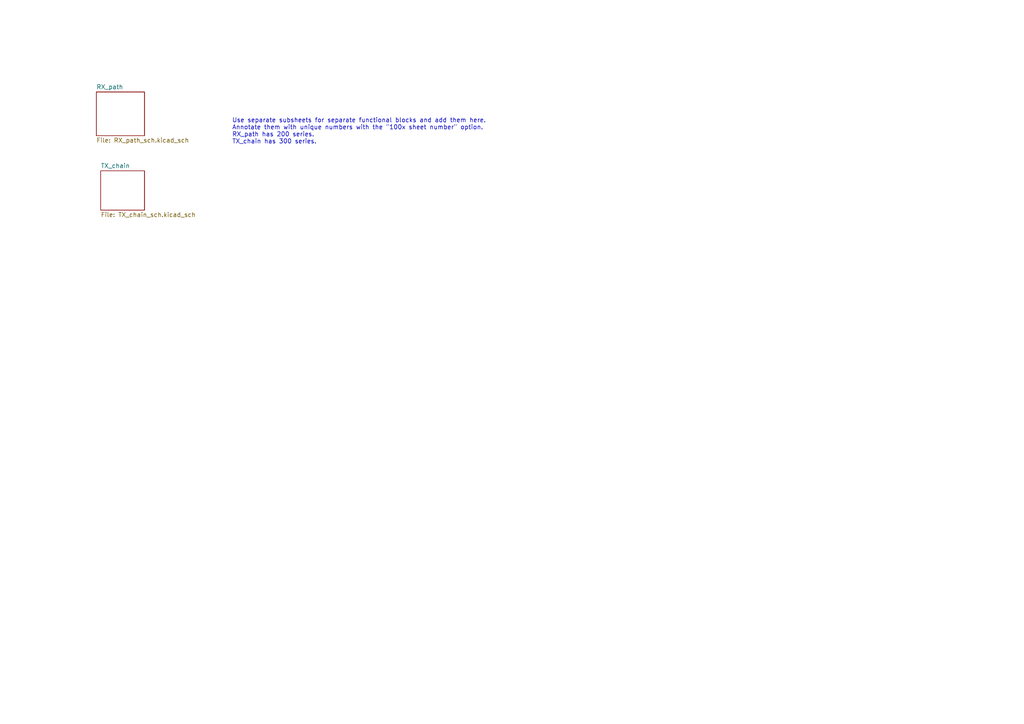
<source format=kicad_sch>
(kicad_sch (version 20230121) (generator eeschema)
  (paper "A4")
  (lib_symbols)
  (text "Use separate subsheets for separate functional blocks and add them here.\nAnnotate them with unique numbers with the \"100x sheet number\" option.\nRX_path has 200 series.\nTX_chain has 300 series." (at 67.31 41.91 0) (effects (font (size 1.27 1.27)) (justify left bottom)))
  (sheet (at 27.94 26.67) (size 13.97 12.7) (stroke (width 0.1524))
    (property "Sheetname" "RX_path" (at 27.94 25.9584 0) (effects (justify left bottom)))
    (property "Sheetfile" "RX_path_sch.kicad_sch" (at 27.94 39.9546 0) (effects (justify left top)))
  )
  (sheet (at 29.21 49.53) (size 12.7 11.43) (stroke (width 0.1524))
    (property "Sheetname" "TX_chain" (at 29.21 48.8184 0) (effects (justify left bottom)))
    (property "Sheetfile" "TX_chain_sch.kicad_sch" (at 29.21 61.5446 0) (effects (justify left top)))
  )
)
</source>
